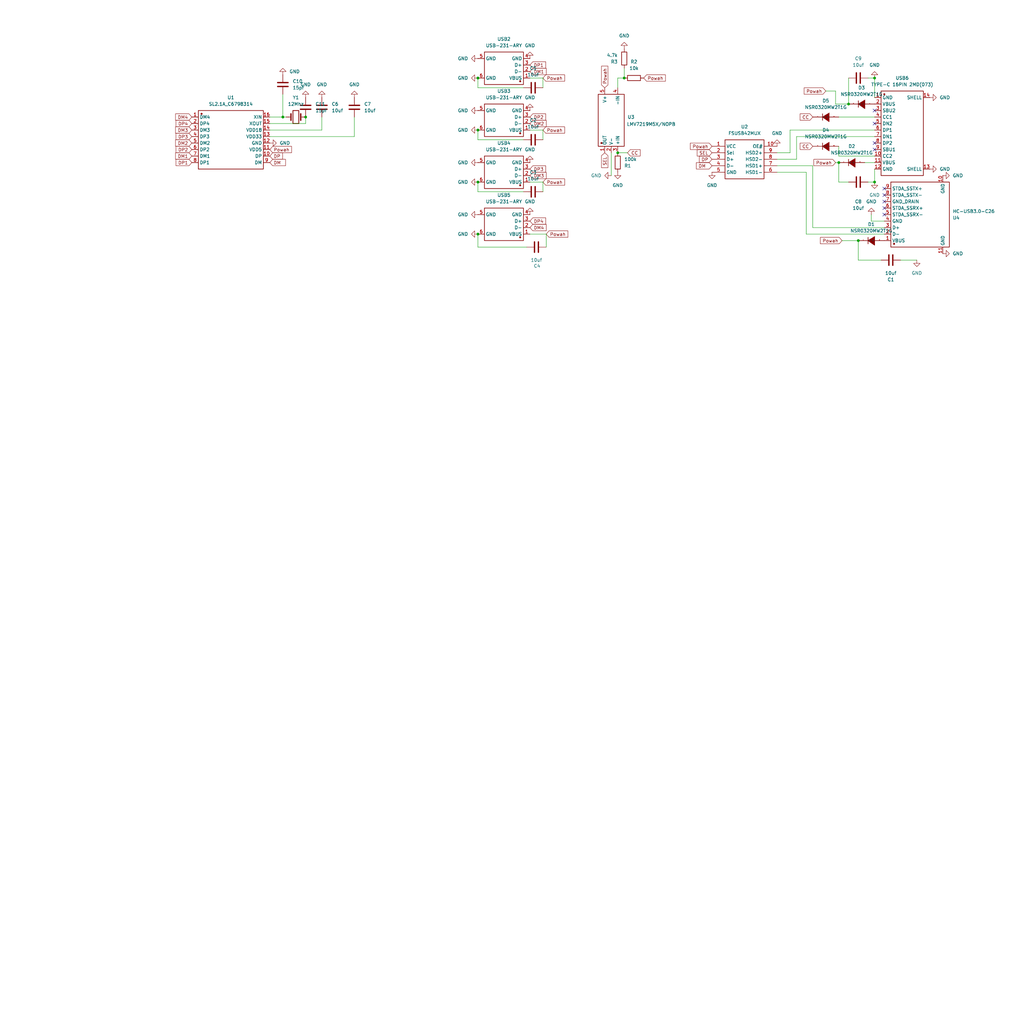
<source format=kicad_sch>
(kicad_sch (version 20250114) (generator "eeschema") (generator_version "9.0")
  (paper "User" 400 400)
  (lib_symbols
    (symbol "Device:C" (pin_numbers (hide yes)) (pin_names (offset 0.254))
      (property "Reference" "C" (at 0.635 2.54 0))
      (property "Value" "C" (at 0.635 -2.54 0))
      (symbol "C_0_1"
        (polyline (pts (xy -2.032 0.762) (xy 2.032 0.762)) (stroke (width 0.508)))
        (polyline (pts (xy -2.032 -0.762) (xy 2.032 -0.762)) (stroke (width 0.508)))
      )
      (symbol "C_1_1"
        (pin passive line (at 0 3.81 270) (length 2.794) (name "~") (number "1"))
        (pin passive line (at 0 -3.81 90) (length 2.794) (name "~") (number "2"))
      )
    )
    (symbol "Device:Crystal" (pin_numbers (hide yes)) (pin_names (offset 1.016) (hide yes))
      (property "Reference" "Y" (at 0 3.81 0))
      (property "Value" "Crystal" (at 0 -3.81 0))
      (symbol "Crystal_0_1"
        (polyline (pts (xy -2.54 0) (xy -1.905 0)))
        (polyline (pts (xy -1.905 -1.27) (xy -1.905 1.27)) (stroke (width 0.508)))
        (rectangle (start -1.143 2.54) (end 1.143 -2.54) (stroke (width 0.3048)))
        (polyline (pts (xy 1.905 -1.27) (xy 1.905 1.27)) (stroke (width 0.508)))
        (polyline (pts (xy 2.54 0) (xy 1.905 0)))
      )
      (symbol "Crystal_1_1"
        (pin passive line (at -3.81 0 0) (length 1.27) (name "1") (number "1"))
        (pin passive line (at 3.81 0 180) (length 1.27) (name "2") (number "2"))
      )
    )
    (symbol "Device:R" (pin_numbers (hide yes)) (pin_names (offset 0))
      (property "Reference" "R" (at 2.032 0 90))
      (property "Value" "R" (at 0 0 90))
      (symbol "R_0_1"
        (rectangle (start -1.016 -2.54) (end 1.016 2.54) (stroke (width 0.254)))
      )
      (symbol "R_1_1"
        (pin passive line (at 0 3.81 270) (length 1.27) (name "~") (number "1"))
        (pin passive line (at 0 -3.81 90) (length 1.27) (name "~") (number "2"))
      )
    )
    (symbol "SCHLIB_FSUSB42MUX_2025-08-14:FSUSB42MUX"
      (property "Reference" "U?" (at 0 0 0))
      (property "Value" "FSUSB42MUX" (at 0 0 0))
      (symbol "FSUSB42MUX_0_0"
        (rectangle (start -7.62 7.62) (end 7.62 -7.62) (stroke (width 0.254)))
        (pin unspecified line (at -12.7 5.08 0) (length 5.08) (name "VCC") (number "1"))
        (pin unspecified line (at -12.7 2.54 0) (length 5.08) (name "Sel") (number "2"))
        (pin unspecified line (at -12.7 0 0) (length 5.08) (name "D+") (number "3"))
        (pin unspecified line (at -12.7 -2.54 0) (length 5.08) (name "D-") (number "4"))
        (pin unspecified line (at -12.7 -5.08 0) (length 5.08) (name "GND") (number "5"))
        (pin unspecified line (at 12.7 5.08 180) (length 5.08) (name "OE#") (number "10"))
        (pin unspecified line (at 12.7 2.54 180) (length 5.08) (name "HSD2+") (number "9"))
        (pin unspecified line (at 12.7 0 180) (length 5.08) (name "HSD2-") (number "8"))
        (pin unspecified line (at 12.7 -2.54 180) (length 5.08) (name "HSD1+") (number "7"))
        (pin unspecified line (at 12.7 -5.08 180) (length 5.08) (name "HSD1-") (number "6"))
      )
    )
    (symbol "SCHLIB_HC-USB3.0-C26_2025-08-14:HC-USB3.0-C26"
      (property "Reference" "U?" (at 0 0 0))
      (property "Value" "HC-USB3.0-C26" (at 0 0 0))
      (symbol "HC-USB3.0-C26_0_0"
        (rectangle (start -10.16 12.7) (end 12.7 -12.7) (stroke (width 0.254)))
        (circle (center -8.89 11.43) (radius 0.254) (stroke (width 0.254)) (fill (type outline)))
        (pin unspecified line (at -12.7 10.16 0) (length 2.54) (name "VBUS") (number "1"))
        (pin unspecified line (at -12.7 7.62 0) (length 2.54) (name "D-") (number "2"))
        (pin unspecified line (at -12.7 5.08 0) (length 2.54) (name "D+") (number "3"))
        (pin unspecified line (at -12.7 2.54 0) (length 2.54) (name "GND") (number "4"))
        (pin unspecified line (at -12.7 0 0) (length 2.54) (name "STDA_SSRX-") (number "5"))
        (pin unspecified line (at -12.7 -2.54 0) (length 2.54) (name "STDA_SSRX+") (number "6"))
        (pin unspecified line (at -12.7 -5.08 0) (length 2.54) (name "GND_DRAIN") (number "7"))
        (pin unspecified line (at -12.7 -7.62 0) (length 2.54) (name "STDA_SSTX-") (number "8"))
        (pin unspecified line (at -12.7 -10.16 0) (length 2.54) (name "STDA_SSTX+") (number "9"))
        (pin unspecified line (at 10.16 15.24 270) (length 2.54) (name "GND") (number "11"))
        (pin unspecified line (at 10.16 -15.24 90) (length 2.54) (name "GND") (number "10"))
      )
    )
    (symbol "SCHLIB_LMV7219M5X-NOPB_2025-08-14:LMV7219M5X/NOPB"
      (property "Reference" "U?" (at 0 0 0))
      (property "Value" "LMV7219M5X/NOPB" (at 0 0 0))
      (symbol "LMV7219M5X/NOPB_0_0"
        (rectangle (start -5.08 10.16) (end 5.08 -10.16) (stroke (width 0.254)))
        (circle (center -3.81 -8.89) (radius 0.254) (stroke (width 0.254)) (fill (type outline)))
        (pin unspecified line (at -2.54 12.7 270) (length 2.54) (name "V+") (number "5"))
        (pin unspecified line (at -2.54 -12.7 90) (length 2.54) (name "OUT") (number "1"))
        (pin unspecified line (at 0 -12.7 90) (length 2.54) (name "V-") (number "2"))
        (pin unspecified line (at 2.54 12.7 270) (length 2.54) (name "-IN") (number "4"))
        (pin unspecified line (at 2.54 -12.7 90) (length 2.54) (name "+IN") (number "3"))
      )
    )
    (symbol "SCHLIB_NSR0320MW2T1G_2025-08-14:NSR0320MW2T1G"
      (property "Reference" "D?" (at 0 0 0))
      (property "Value" "NSR0320MW2T1G" (at 0 0 0))
      (symbol "NSR0320MW2T1G_0_0"
        (polyline (pts (xy -1.27 1.27) (xy -1.27 -1.27)) (stroke (width 0.254)))
        (polyline (pts (xy 1.27 1.524) (xy -1.27 0) (xy 1.27 -1.778) (xy 1.27 1.524)) (stroke (width 0.254)) (fill (type outline)))
        (pin unspecified line (at -5.08 0 0) (length 3.81) (name "C") (number "1"))
        (pin unspecified line (at 5.08 0 180) (length 3.81) (name "A") (number "2"))
      )
    )
    (symbol "SCHLIB_SL2.1A_C6798314_2025-08-14:SL2.1A_C6798314"
      (property "Reference" "U?" (at 0 0 0))
      (property "Value" "SL2.1A_C6798314" (at 0 0 0))
      (symbol "SL2.1A_C6798314_0_0"
        (rectangle (start -12.7 12.7) (end 12.7 -10.16) (stroke (width 0.254)))
        (circle (center -11.43 11.43) (radius 0.254) (stroke (width 0.254)) (fill (type outline)))
        (pin unspecified line (at -15.24 10.16 0) (length 2.54) (name "DM4") (number "1"))
        (pin unspecified line (at -15.24 7.62 0) (length 2.54) (name "DP4") (number "2"))
        (pin unspecified line (at -15.24 5.08 0) (length 2.54) (name "DM3") (number "3"))
        (pin unspecified line (at -15.24 2.54 0) (length 2.54) (name "DP3") (number "4"))
        (pin unspecified line (at -15.24 0 0) (length 2.54) (name "DM2") (number "5"))
        (pin unspecified line (at -15.24 -2.54 0) (length 2.54) (name "DP2") (number "6"))
        (pin unspecified line (at -15.24 -5.08 0) (length 2.54) (name "DM1") (number "7"))
        (pin unspecified line (at -15.24 -7.62 0) (length 2.54) (name "DP1") (number "8"))
        (pin unspecified line (at 15.24 10.16 180) (length 2.54) (name "XIN") (number "16"))
        (pin unspecified line (at 15.24 7.62 180) (length 2.54) (name "XOUT") (number "15"))
        (pin unspecified line (at 15.24 5.08 180) (length 2.54) (name "VDD18") (number "14"))
        (pin unspecified line (at 15.24 2.54 180) (length 2.54) (name "VDD33") (number "13"))
        (pin unspecified line (at 15.24 0 180) (length 2.54) (name "GND") (number "12"))
        (pin unspecified line (at 15.24 -2.54 180) (length 2.54) (name "VDD5") (number "11"))
        (pin unspecified line (at 15.24 -5.08 180) (length 2.54) (name "DP") (number "10"))
        (pin unspecified line (at 15.24 -7.62 180) (length 2.54) (name "DM") (number "9"))
      )
    )
    (symbol "SCHLIB_TYPE-C-16PIN-2MD(073)_2025-08-14 (1):TYPE-C 16PIN 2MD(073)"
      (property "Reference" "USB?" (at 0 0 0))
      (property "Value" "TYPE-C 16PIN 2MD(073)" (at 0 0 0))
      (symbol "TYPE-C 16PIN 2MD(073)_0_0"
        (rectangle (start -8.89 16.51) (end 7.62 -16.51) (stroke (width 0.254)))
        (circle (center -7.62 15.24) (radius 0.254) (stroke (width 0.254)) (fill (type outline)))
        (pin unspecified line (at -11.43 13.97 0) (length 2.54) (name "GND") (number "1"))
        (pin unspecified line (at -11.43 11.43 0) (length 2.54) (name "VBUS") (number "2"))
        (pin unspecified line (at -11.43 8.89 0) (length 2.54) (name "SBU2") (number "3"))
        (pin unspecified line (at -11.43 6.35 0) (length 2.54) (name "CC1") (number "4"))
        (pin unspecified line (at -11.43 3.81 0) (length 2.54) (name "DN2") (number "5"))
        (pin unspecified line (at -11.43 1.27 0) (length 2.54) (name "DP1") (number "6"))
        (pin unspecified line (at -11.43 -1.27 0) (length 2.54) (name "DN1") (number "7"))
        (pin unspecified line (at -11.43 -3.81 0) (length 2.54) (name "DP2") (number "8"))
        (pin unspecified line (at -11.43 -6.35 0) (length 2.54) (name "SBU1") (number "9"))
        (pin unspecified line (at -11.43 -8.89 0) (length 2.54) (name "CC2") (number "10"))
        (pin unspecified line (at -11.43 -11.43 0) (length 2.54) (name "VBUS") (number "11"))
        (pin unspecified line (at -11.43 -13.97 0) (length 2.54) (name "GND") (number "12"))
        (pin unspecified line (at 10.16 13.97 180) (length 2.54) (name "SHELL") (number "14"))
        (pin unspecified line (at 10.16 -13.97 180) (length 2.54) (name "SHELL") (number "13"))
      )
    )
    (symbol "SCHLIB_USB-231-ARY_2025-08-14:USB-231-ARY"
      (property "Reference" "USB?" (at 0 0 0))
      (property "Value" "USB-231-ARY" (at 0 0 0))
      (symbol "USB-231-ARY_0_0"
        (rectangle (start -7.62 7.62) (end 7.62 -5.08) (stroke (width 0.254)))
        (circle (center -6.35 6.35) (radius 0.254) (stroke (width 0.254)) (fill (type outline)))
        (pin unspecified line (at -10.16 5.08 0) (length 2.54) (name "VBUS") (number "1"))
        (pin unspecified line (at -10.16 2.54 0) (length 2.54) (name "D-") (number "2"))
        (pin unspecified line (at -10.16 0 0) (length 2.54) (name "D+") (number "3"))
        (pin unspecified line (at -10.16 -2.54 0) (length 2.54) (name "GND") (number "4"))
        (pin unspecified line (at 10.16 5.08 180) (length 2.54) (name "GND") (number "6"))
        (pin unspecified line (at 10.16 -2.54 180) (length 2.54) (name "GND") (number "5"))
      )
    )
    (symbol "power:GND" (power) (pin_numbers (hide yes)) (pin_names (offset 0) (hide yes))
      (property "Value" "GND" (at 0 -3.81 0))
      (symbol "GND_0_1"
        (polyline (pts (xy 0 0) (xy 0 -1.27) (xy 1.27 -1.27) (xy 0 -2.54) (xy -1.27 -1.27) (xy 0 -1.27)))
      )
      (symbol "GND_1_1"
        (pin power_in line (at 0 0 270) (length 0) (name "~") (number "1"))
      )
    )
  )
  (junction (at 186.69 30.48))
  (junction (at 119.38 45.72))
  (junction (at 110.49 45.72))
  (junction (at 341.63 30.48))
  (junction (at 186.69 91.44))
  (junction (at 243.84 30.48))
  (junction (at 186.69 50.8))
  (junction (at 327.66 63.5))
  (junction (at 186.69 71.12))
  (junction (at 335.28 93.98))
  (junction (at 331.47 40.64))
  (junction (at 241.3 59.69))
  (junction (at 341.63 71.12))
  (no_connect (at 345.44 73.66))
  (no_connect (at 341.63 43.18))
  (no_connect (at 341.63 55.88))
  (no_connect (at 345.44 76.2))
  (no_connect (at 345.44 81.28))
  (no_connect (at 341.63 58.42))
  (no_connect (at 341.63 48.26))
  (no_connect (at 345.44 83.82))
  (no_connect (at 345.44 78.74))
  (wire (pts (xy 186.69 54.61) (xy 186.69 50.8)))
  (wire (pts (xy 205.74 96.52) (xy 186.69 96.52)))
  (wire (pts (xy 317.5 64.77) (xy 303.53 64.77)))
  (wire (pts (xy 326.39 63.5) (xy 327.66 63.5)))
  (wire (pts (xy 243.84 30.48) (xy 241.3 30.48)))
  (wire (pts (xy 207.01 50.8) (xy 212.09 50.8)))
  (wire (pts (xy 186.69 74.93) (xy 186.69 71.12)))
  (wire (pts (xy 337.82 63.5) (xy 341.63 63.5)))
  (wire (pts (xy 241.3 59.69) (xy 245.11 59.69)))
  (wire (pts (xy 213.36 91.44) (xy 213.36 96.52)))
  (wire (pts (xy 238.76 68.58) (xy 238.76 59.69)))
  (wire (pts (xy 204.47 74.93) (xy 186.69 74.93)))
  (wire (pts (xy 212.09 50.8) (xy 212.09 54.61)))
  (wire (pts (xy 314.96 91.44) (xy 314.96 67.31)))
  (wire (pts (xy 186.69 91.44) (xy 186.69 96.52)))
  (wire (pts (xy 326.39 35.56) (xy 326.39 40.64)))
  (wire (pts (xy 186.69 34.29) (xy 186.69 30.48)))
  (wire (pts (xy 204.47 54.61) (xy 186.69 54.61)))
  (wire (pts (xy 212.09 71.12) (xy 212.09 74.93)))
  (wire (pts (xy 327.66 57.15) (xy 327.66 60.96)))
  (wire (pts (xy 138.43 53.34) (xy 138.43 45.72)))
  (wire (pts (xy 345.44 91.44) (xy 314.96 91.44)))
  (wire (pts (xy 110.49 45.72) (xy 111.76 45.72)))
  (wire (pts (xy 341.63 53.34) (xy 311.15 53.34)))
  (wire (pts (xy 339.09 30.48) (xy 341.63 30.48)))
  (wire (pts (xy 308.61 59.69) (xy 303.53 59.69)))
  (wire (pts (xy 345.44 88.9) (xy 317.5 88.9)))
  (wire (pts (xy 340.36 86.36) (xy 340.36 83.82)))
  (wire (pts (xy 119.38 48.26) (xy 119.38 45.72)))
  (wire (pts (xy 105.41 48.26) (xy 119.38 48.26)))
  (wire (pts (xy 351.79 101.6) (xy 358.14 101.6)))
  (wire (pts (xy 345.44 86.36) (xy 340.36 86.36)))
  (wire (pts (xy 204.47 34.29) (xy 186.69 34.29)))
  (wire (pts (xy 311.15 62.23) (xy 303.53 62.23)))
  (wire (pts (xy 326.39 40.64) (xy 331.47 40.64)))
  (wire (pts (xy 339.09 71.12) (xy 341.63 71.12)))
  (wire (pts (xy 341.63 30.48) (xy 341.63 38.1)))
  (wire (pts (xy 212.09 30.48) (xy 212.09 34.29)))
  (wire (pts (xy 311.15 53.34) (xy 311.15 62.23)))
  (wire (pts (xy 125.73 50.8) (xy 125.73 45.72)))
  (wire (pts (xy 207.01 91.44) (xy 213.36 91.44)))
  (wire (pts (xy 327.66 45.72) (xy 341.63 45.72)))
  (wire (pts (xy 341.63 66.04) (xy 341.63 71.12)))
  (wire (pts (xy 335.28 101.6) (xy 344.17 101.6)))
  (wire (pts (xy 327.66 63.5) (xy 327.66 71.12)))
  (wire (pts (xy 322.58 35.56) (xy 326.39 35.56)))
  (wire (pts (xy 331.47 30.48) (xy 331.47 40.64)))
  (wire (pts (xy 105.41 53.34) (xy 138.43 53.34)))
  (wire (pts (xy 207.01 71.12) (xy 212.09 71.12)))
  (wire (pts (xy 110.49 45.72) (xy 110.49 36.83)))
  (wire (pts (xy 207.01 30.48) (xy 212.09 30.48)))
  (wire (pts (xy 105.41 45.72) (xy 110.49 45.72)))
  (wire (pts (xy 317.5 88.9) (xy 317.5 64.77)))
  (wire (pts (xy 327.66 71.12) (xy 331.47 71.12)))
  (wire (pts (xy 328.93 93.98) (xy 335.28 93.98)))
  (wire (pts (xy 341.63 50.8) (xy 308.61 50.8)))
  (wire (pts (xy 105.41 50.8) (xy 125.73 50.8)))
  (wire (pts (xy 327.66 60.96) (xy 341.63 60.96)))
  (wire (pts (xy 308.61 50.8) (xy 308.61 59.69)))
  (wire (pts (xy 243.84 26.67) (xy 243.84 30.48)))
  (wire (pts (xy 241.3 30.48) (xy 241.3 34.29)))
  (wire (pts (xy 335.28 93.98) (xy 335.28 101.6)))
  (wire (pts (xy 314.96 67.31) (xy 303.53 67.31)))
  (global_label "SEL" (shape input) (at 236.22 59.69 270) (property "Intersheetrefs" "${INTERSHEET_REFS}" (effects (hide yes))))
  (global_label "DM3" (shape input) (at 207.01 68.58 0) (property "Intersheetrefs" "${INTERSHEET_REFS}" (effects (hide yes))))
  (global_label "DP3" (shape input) (at 74.93 53.34 180) (property "Intersheetrefs" "${INTERSHEET_REFS}" (effects (hide yes))))
  (global_label "DP1" (shape input) (at 74.93 63.5 180) (property "Intersheetrefs" "${INTERSHEET_REFS}" (effects (hide yes))))
  (global_label "Powah" (shape input) (at 212.09 71.12 0) (property "Intersheetrefs" "${INTERSHEET_REFS}" (effects (hide yes))))
  (global_label "DP2" (shape input) (at 207.01 45.72 0) (property "Intersheetrefs" "${INTERSHEET_REFS}" (effects (hide yes))))
  (global_label "DP4" (shape input) (at 74.93 48.26 180) (property "Intersheetrefs" "${INTERSHEET_REFS}" (effects (hide yes))))
  (global_label "Powah" (shape input) (at 212.09 50.8 0) (property "Intersheetrefs" "${INTERSHEET_REFS}" (effects (hide yes))))
  (global_label "DM3" (shape input) (at 74.93 50.8 180) (property "Intersheetrefs" "${INTERSHEET_REFS}" (effects (hide yes))))
  (global_label "DP1" (shape input) (at 207.01 25.4 0) (property "Intersheetrefs" "${INTERSHEET_REFS}" (effects (hide yes))))
  (global_label "Powah" (shape input) (at 213.36 91.44 0) (property "Intersheetrefs" "${INTERSHEET_REFS}" (effects (hide yes))))
  (global_label "CC" (shape input) (at 317.5 57.15 180) (property "Intersheetrefs" "${INTERSHEET_REFS}" (effects (hide yes))))
  (global_label "CC" (shape input) (at 245.11 59.69 0) (property "Intersheetrefs" "${INTERSHEET_REFS}" (effects (hide yes))))
  (global_label "SEL" (shape input) (at 278.13 59.69 180) (property "Intersheetrefs" "${INTERSHEET_REFS}" (effects (hide yes))))
  (global_label "DP" (shape input) (at 278.13 62.23 180) (property "Intersheetrefs" "${INTERSHEET_REFS}" (effects (hide yes))))
  (global_label "DP3" (shape input) (at 207.01 66.04 0) (property "Intersheetrefs" "${INTERSHEET_REFS}" (effects (hide yes))))
  (global_label "Powah" (shape input) (at 278.13 57.15 180) (property "Intersheetrefs" "${INTERSHEET_REFS}" (effects (hide yes))))
  (global_label "Powah" (shape input) (at 212.09 30.48 0) (property "Intersheetrefs" "${INTERSHEET_REFS}" (effects (hide yes))))
  (global_label "DP" (shape input) (at 105.41 60.96 0) (property "Intersheetrefs" "${INTERSHEET_REFS}" (effects (hide yes))))
  (global_label "DM1" (shape input) (at 207.01 27.94 0) (property "Intersheetrefs" "${INTERSHEET_REFS}" (effects (hide yes))))
  (global_label "DM2" (shape input) (at 207.01 48.26 0) (property "Intersheetrefs" "${INTERSHEET_REFS}" (effects (hide yes))))
  (global_label "CC" (shape input) (at 317.5 45.72 180) (property "Intersheetrefs" "${INTERSHEET_REFS}" (effects (hide yes))))
  (global_label "Powah" (shape input) (at 251.46 30.48 0) (property "Intersheetrefs" "${INTERSHEET_REFS}" (effects (hide yes))))
  (global_label "DP4" (shape input) (at 207.01 86.36 0) (property "Intersheetrefs" "${INTERSHEET_REFS}" (effects (hide yes))))
  (global_label "Powah" (shape input) (at 326.39 63.5 180) (property "Intersheetrefs" "${INTERSHEET_REFS}" (effects (hide yes))))
  (global_label "Powah" (shape input) (at 236.22 34.29 90) (property "Intersheetrefs" "${INTERSHEET_REFS}" (effects (hide yes))))
  (global_label "Powah" (shape input) (at 322.58 35.56 180) (property "Intersheetrefs" "${INTERSHEET_REFS}" (effects (hide yes))))
  (global_label "DM " (shape input) (at 105.41 63.5 0) (property "Intersheetrefs" "${INTERSHEET_REFS}" (effects (hide yes))))
  (global_label "DP2" (shape input) (at 74.93 58.42 180) (property "Intersheetrefs" "${INTERSHEET_REFS}" (effects (hide yes))))
  (global_label "DM1" (shape input) (at 74.93 60.96 180) (property "Intersheetrefs" "${INTERSHEET_REFS}" (effects (hide yes))))
  (global_label "DM4" (shape input) (at 207.01 88.9 0) (property "Intersheetrefs" "${INTERSHEET_REFS}" (effects (hide yes))))
  (global_label "DM " (shape input) (at 278.13 64.77 180) (property "Intersheetrefs" "${INTERSHEET_REFS}" (effects (hide yes))))
  (global_label "DM2" (shape input) (at 74.93 55.88 180) (property "Intersheetrefs" "${INTERSHEET_REFS}" (effects (hide yes))))
  (global_label "Powah" (shape input) (at 328.93 93.98 180) (property "Intersheetrefs" "${INTERSHEET_REFS}" (effects (hide yes))))
  (global_label "Powah" (shape input) (at 105.41 58.42 0) (property "Intersheetrefs" "${INTERSHEET_REFS}" (effects (hide yes))))
  (global_label "DM4" (shape input) (at 74.93 45.72 180) (property "Intersheetrefs" "${INTERSHEET_REFS}" (effects (hide yes))))
  (symbol (lib_id "SCHLIB_NSR0320MW2T1G_2025-08-14:NSR0320MW2T1G") (at 322.58 57.15 0) (unit 1)
    (property "Reference" "D4" (at 322.58 50.8 0))
    (property "Value" "NSR0320MW2T1G" (at 322.58 53.34 0))
    (property "Footprint" "Footprints:SOD-323_L1.8-W1.3-LS2.5-RD" (effects (hide yes)))
    (property "Manufacturer Part" "NSR0320MW2T1G" (effects (hide yes)))
    (property "Manufacturer" "onsemi(安森美)" (effects (hide yes)))
    (property "Supplier Part" "C48192" (effects (hide yes)))
    (property "Supplier" "LCSC" (effects (hide yes)))
  )
  (symbol (lib_id "SCHLIB_USB-231-ARY_2025-08-14:USB-231-ARY") (at 196.85 66.04 180) (unit 1)
    (property "Reference" "USB4" (at 196.85 55.88 0))
    (property "Value" "USB-231-ARY" (at 196.85 58.42 0))
    (property "Footprint" "Footprints:USB-A-TH_USB-231-ARY" (effects (hide yes)))
    (property "Manufacturer Part" "USB-231-ARY" (effects (hide yes)))
    (property "Manufacturer" "XUNPU(讯普)" (effects (hide yes)))
    (property "Supplier Part" "C720525" (effects (hide yes)))
    (property "Supplier" "LCSC" (effects (hide yes)))
  )
  (symbol (lib_id "Device:Crystal") (at 115.57 45.72 0) (unit 1)
    (property "Reference" "Y1" (at 115.57 38.1 0))
    (property "Value" "12Mhz" (at 115.57 40.64 0))
    (property "Footprint" "easyeda2kicad:CRYSTAL-SMD_4P-L3.2-W2.5-BL" (effects (hide yes)))
    (property "Description" "Two pin crystal" (effects (hide yes)))
  )
  (symbol (lib_id "SCHLIB_HC-USB3.0-C26_2025-08-14:HC-USB3.0-C26") (at 358.14 83.82 0) (mirror x) (unit 1)
    (property "Reference" "U4" (at 372.11 85.0901 0) (effects (justify left)))
    (property "Value" "HC-USB3.0-C26" (at 372.11 82.5501 0) (effects (justify left)))
    (property "Footprint" "Footprints:USB-3.0-A-SMD_HC-USB3.0-C26" (effects (hide yes)))
    (property "Manufacturer Part" "HC-USB3.0-C26" (effects (hide yes)))
    (property "Manufacturer" "HC(虹成电子)" (effects (hide yes)))
    (property "Supplier Part" "C7501854" (effects (hide yes)))
    (property "Supplier" "LCSC" (effects (hide yes)))
  )
  (symbol (lib_id "SCHLIB_SL2.1A_C6798314_2025-08-14:SL2.1A_C6798314") (at 90.17 55.88 0) (unit 1)
    (property "Reference" "U1" (at 90.17 38.1 0))
    (property "Value" "SL2.1A_C6798314" (at 90.17 40.64 0))
    (property "Footprint" "Footprints:SOP-16_L10.0-W3.9-P1.27-LS6.0-BL" (effects (hide yes)))
    (property "Manufacturer Part" "SL2.1A" (effects (hide yes)))
    (property "Manufacturer" "CoreChips(和芯润德)" (effects (hide yes)))
    (property "Supplier Part" "C6798314" (effects (hide yes)))
    (property "Supplier" "LCSC" (effects (hide yes)))
  )
  (symbol (lib_id "Device:C") (at 335.28 30.48 270) (unit 1)
    (property "Reference" "C9" (at 335.28 22.86 90))
    (property "Value" "10uf" (at 335.28 25.4 90))
    (property "Footprint" "easyeda2kicad:C0805" (effects (hide yes)))
    (property "Description" "Unpolarized capacitor" (effects (hide yes)))
  )
  (symbol (lib_id "SCHLIB_USB-231-ARY_2025-08-14:USB-231-ARY") (at 196.85 25.4 180) (unit 1)
    (property "Reference" "USB2" (at 196.85 15.24 0))
    (property "Value" "USB-231-ARY" (at 196.85 17.78 0))
    (property "Footprint" "Footprints:USB-A-TH_USB-231-ARY" (effects (hide yes)))
    (property "Manufacturer Part" "USB-231-ARY" (effects (hide yes)))
    (property "Manufacturer" "XUNPU(讯普)" (effects (hide yes)))
    (property "Supplier Part" "C720525" (effects (hide yes)))
    (property "Supplier" "LCSC" (effects (hide yes)))
  )
  (symbol (lib_id "power:GND") (at 238.76 68.58 270) (mirror x) (unit 1)
    (property "Reference" "#PWR026" (effects (hide yes)))
    (property "Value" "GND" (at 234.95 68.5801 90) (effects (justify right)))
    (property "Description" "Power symbol creates a global label with name \"GND\" , ground" (effects (hide yes)))
  )
  (symbol (lib_id "power:GND") (at 110.49 29.21 180) (unit 1)
    (property "Reference" "#PWR019" (effects (hide yes)))
    (property "Value" "GND" (at 113.03 27.9399 0) (effects (justify right)))
    (property "Description" "Power symbol creates a global label with name \"GND\" , ground" (effects (hide yes)))
  )
  (symbol (lib_id "power:GND") (at 341.63 30.48 0) (mirror x) (unit 1)
    (property "Reference" "#PWR021" (effects (hide yes)))
    (property "Value" "GND" (at 341.63 25.4 0))
    (property "Description" "Power symbol creates a global label with name \"GND\" , ground" (effects (hide yes)))
  )
  (symbol (lib_id "power:GND") (at 368.3 99.06 90) (unit 1)
    (property "Reference" "#PWR029" (effects (hide yes)))
    (property "Value" "GND" (at 372.11 99.0599 90) (effects (justify right)))
    (property "Description" "Power symbol creates a global label with name \"GND\" , ground" (effects (hide yes)))
  )
  (symbol (lib_id "power:GND") (at 358.14 101.6 0) (unit 1)
    (property "Reference" "#PWR03" (effects (hide yes)))
    (property "Value" "GND" (at 358.14 106.68 0))
    (property "Description" "Power symbol creates a global label with name \"GND\" , ground" (effects (hide yes)))
  )
  (symbol (lib_id "Device:C") (at 208.28 54.61 90) (unit 1)
    (property "Reference" "C2" (at 208.28 46.99 90))
    (property "Value" "10uf" (at 208.28 49.53 90))
    (property "Footprint" "easyeda2kicad:C0805" (effects (hide yes)))
    (property "Description" "Unpolarized capacitor" (effects (hide yes)))
  )
  (symbol (lib_id "power:GND") (at 186.69 91.44 270) (unit 1)
    (property "Reference" "#PWR014" (effects (hide yes)))
    (property "Value" "GND" (at 182.88 91.4399 90) (effects (justify right)))
    (property "Description" "Power symbol creates a global label with name \"GND\" , ground" (effects (hide yes)))
  )
  (symbol (lib_id "Device:R") (at 241.3 63.5 0) (mirror x) (unit 1)
    (property "Reference" "R1" (at 243.84 64.7701 0) (effects (justify left)))
    (property "Value" "100k" (at 243.84 62.2301 0) (effects (justify left)))
    (property "Footprint" "Footprints:RES-TH_BD2.4-L6.3-P10.30-D0.6" (effects (hide yes)))
    (property "Description" "Resistor" (effects (hide yes)))
  )
  (symbol (lib_id "power:GND") (at 278.13 67.31 0) (unit 1)
    (property "Reference" "#PWR025" (effects (hide yes)))
    (property "Value" "GND" (at 278.13 72.39 0))
    (property "Description" "Power symbol creates a global label with name \"GND\" , ground" (effects (hide yes)))
  )
  (symbol (lib_id "Device:C") (at 119.38 41.91 0) (unit 1)
    (property "Reference" "C11" (at 123.19 40.6399 0) (effects (justify left)))
    (property "Value" "15pf" (at 123.19 43.1799 0) (effects (justify left)))
    (property "Footprint" "Footprints:CAP-TH_BD5.0-P2.00-D0.8-FD" (effects (hide yes)))
    (property "Description" "Unpolarized capacitor" (effects (hide yes)))
  )
  (symbol (lib_id "Device:C") (at 335.28 71.12 270) (mirror x) (unit 1)
    (property "Reference" "C8" (at 335.28 78.74 90))
    (property "Value" "10uf" (at 335.28 81.28 90))
    (property "Footprint" "easyeda2kicad:C0805" (effects (hide yes)))
    (property "Description" "Unpolarized capacitor" (effects (hide yes)))
  )
  (symbol (lib_id "SCHLIB_NSR0320MW2T1G_2025-08-14:NSR0320MW2T1G") (at 322.58 45.72 0) (unit 1)
    (property "Reference" "D5" (at 322.58 39.37 0))
    (property "Value" "NSR0320MW2T1G" (at 322.58 41.91 0))
    (property "Footprint" "Footprints:SOD-323_L1.8-W1.3-LS2.5-RD" (effects (hide yes)))
    (property "Manufacturer Part" "NSR0320MW2T1G" (effects (hide yes)))
    (property "Manufacturer" "onsemi(安森美)" (effects (hide yes)))
    (property "Supplier Part" "C48192" (effects (hide yes)))
    (property "Supplier" "LCSC" (effects (hide yes)))
  )
  (symbol (lib_id "SCHLIB_LMV7219M5X-NOPB_2025-08-14:LMV7219M5X/NOPB") (at 238.76 46.99 0) (unit 1)
    (property "Reference" "U3" (at 245.11 45.7199 0) (effects (justify left)))
    (property "Value" "LMV7219M5X/NOPB" (at 244.856 48.514 0) (effects (justify left)))
    (property "Footprint" "Footprints:SOT-23-5_L3.0-W1.7-P0.95-LS2.8-BR" (effects (hide yes)))
    (property "Manufacturer Part" "LMV7219M5X/NOPB" (effects (hide yes)))
    (property "Manufacturer" "TI(德州仪器)" (effects (hide yes)))
    (property "Supplier Part" "C283912" (effects (hide yes)))
    (property "Supplier" "LCSC" (effects (hide yes)))
  )
  (symbol (lib_id "power:GND") (at 363.22 38.1 90) (unit 1)
    (property "Reference" "#PWR022" (effects (hide yes)))
    (property "Value" "GND" (at 367.03 38.0999 90) (effects (justify right)))
    (property "Description" "Power symbol creates a global label with name \"GND\" , ground" (effects (hide yes)))
  )
  (symbol (lib_id "Device:C") (at 110.49 33.02 0) (unit 1)
    (property "Reference" "C10" (at 114.3 31.7499 0) (effects (justify left)))
    (property "Value" "15pf" (at 114.3 34.2899 0) (effects (justify left)))
    (property "Footprint" "Footprints:CAP-TH_BD5.0-P2.00-D0.8-FD" (effects (hide yes)))
    (property "Description" "Unpolarized capacitor" (effects (hide yes)))
  )
  (symbol (lib_id "SCHLIB_TYPE-C-16PIN-2MD(073)_2025-08-14 (1):TYPE-C 16PIN 2MD(073)") (at 353.06 52.07 0) (unit 1)
    (property "Reference" "USB6" (at 352.425 30.48 0))
    (property "Value" "TYPE-C 16PIN 2MD(073)" (at 352.425 33.02 0))
    (property "Footprint" "Footprints:USB-C-SMD_TYPE-C-6PIN-2MD-073" (effects (hide yes)))
    (property "Manufacturer Part" "TYPE-C 16PIN 2MD(073)" (effects (hide yes)))
    (property "Manufacturer" "SHOU HAN(首韩)" (effects (hide yes)))
    (property "Supplier Part" "C2765186" (effects (hide yes)))
    (property "Supplier" "LCSC" (effects (hide yes)))
  )
  (symbol (lib_id "SCHLIB_NSR0320MW2T1G_2025-08-14:NSR0320MW2T1G") (at 340.36 93.98 0) (unit 1)
    (property "Reference" "D1" (at 340.36 87.63 0))
    (property "Value" "NSR0320MW2T1G" (at 340.36 90.17 0))
    (property "Footprint" "Footprints:SOD-323_L1.8-W1.3-LS2.5-RD" (effects (hide yes)))
    (property "Manufacturer Part" "NSR0320MW2T1G" (effects (hide yes)))
    (property "Manufacturer" "onsemi(安森美)" (effects (hide yes)))
    (property "Supplier Part" "C48192" (effects (hide yes)))
    (property "Supplier" "LCSC" (effects (hide yes)))
  )
  (symbol (lib_id "Device:C") (at 209.55 96.52 90) (mirror x) (unit 1)
    (property "Reference" "C4" (at 209.804 103.886 90))
    (property "Value" "10uf" (at 209.55 101.6 90))
    (property "Footprint" "easyeda2kicad:C0805" (effects (hide yes)))
    (property "Description" "Unpolarized capacitor" (effects (hide yes)))
  )
  (symbol (lib_id "power:GND") (at 207.01 83.82 180) (unit 1)
    (property "Reference" "#PWR015" (effects (hide yes)))
    (property "Value" "GND" (at 207.01 78.74 0))
    (property "Description" "Power symbol creates a global label with name \"GND\" , ground" (effects (hide yes)))
  )
  (symbol (lib_id "Device:C") (at 347.98 101.6 270) (mirror x) (unit 1)
    (property "Reference" "C1" (at 347.98 109.22 90))
    (property "Value" "10uf" (at 347.98 106.68 90))
    (property "Footprint" "easyeda2kicad:C0805" (effects (hide yes)))
    (property "Description" "Unpolarized capacitor" (effects (hide yes)))
  )
  (symbol (lib_id "power:GND") (at 186.69 63.5 270) (unit 1)
    (property "Reference" "#PWR010" (effects (hide yes)))
    (property "Value" "GND" (at 182.88 63.4999 90) (effects (justify right)))
    (property "Description" "Power symbol creates a global label with name \"GND\" , ground" (effects (hide yes)))
  )
  (symbol (lib_id "power:GND") (at 340.36 83.82 180) (unit 1)
    (property "Reference" "#PWR01" (effects (hide yes)))
    (property "Value" "GND" (at 340.36 78.74 0))
    (property "Description" "Power symbol creates a global label with name \"GND\" , ground" (effects (hide yes)))
  )
  (symbol (lib_id "power:GND") (at 207.01 22.86 180) (unit 1)
    (property "Reference" "#PWR06" (effects (hide yes)))
    (property "Value" "GND" (at 207.01 17.78 0))
    (property "Description" "Power symbol creates a global label with name \"GND\" , ground" (effects (hide yes)))
  )
  (symbol (lib_id "power:GND") (at 368.3 68.58 90) (unit 1)
    (property "Reference" "#PWR02" (effects (hide yes)))
    (property "Value" "GND" (at 372.11 68.5799 90) (effects (justify right)))
    (property "Description" "Power symbol creates a global label with name \"GND\" , ground" (effects (hide yes)))
  )
  (symbol (lib_id "Device:C") (at 125.73 41.91 0) (unit 1)
    (property "Reference" "C6" (at 129.54 40.6399 0) (effects (justify left)))
    (property "Value" "10uf" (at 129.54 43.1799 0) (effects (justify left)))
    (property "Footprint" "easyeda2kicad:C0805" (effects (hide yes)))
    (property "Description" "Unpolarized capacitor" (effects (hide yes)))
  )
  (symbol (lib_id "power:GND") (at 119.38 38.1 180) (unit 1)
    (property "Reference" "#PWR030" (effects (hide yes)))
    (property "Value" "GND" (at 119.38 33.02 0))
    (property "Description" "Power symbol creates a global label with name \"GND\" , ground" (effects (hide yes)))
  )
  (symbol (lib_id "Device:C") (at 138.43 41.91 0) (unit 1)
    (property "Reference" "C7" (at 142.24 40.6399 0) (effects (justify left)))
    (property "Value" "10uf" (at 142.24 43.1799 0) (effects (justify left)))
    (property "Footprint" "easyeda2kicad:C0805" (effects (hide yes)))
    (property "Description" "Unpolarized capacitor" (effects (hide yes)))
  )
  (symbol (lib_id "power:GND") (at 186.69 50.8 270) (unit 1)
    (property "Reference" "#PWR08" (effects (hide yes)))
    (property "Value" "GND" (at 182.88 50.7999 90) (effects (justify right)))
    (property "Description" "Power symbol creates a global label with name \"GND\" , ground" (effects (hide yes)))
  )
  (symbol (lib_id "SCHLIB_NSR0320MW2T1G_2025-08-14:NSR0320MW2T1G") (at 336.55 40.64 0) (unit 1)
    (property "Reference" "D3" (at 336.55 34.29 0))
    (property "Value" "NSR0320MW2T1G" (at 336.55 36.83 0))
    (property "Footprint" "Footprints:SOD-323_L1.8-W1.3-LS2.5-RD" (effects (hide yes)))
    (property "Manufacturer Part" "NSR0320MW2T1G" (effects (hide yes)))
    (property "Manufacturer" "onsemi(安森美)" (effects (hide yes)))
    (property "Supplier Part" "C48192" (effects (hide yes)))
    (property "Supplier" "LCSC" (effects (hide yes)))
  )
  (symbol (lib_id "SCHLIB_USB-231-ARY_2025-08-14:USB-231-ARY") (at 196.85 86.36 180) (unit 1)
    (property "Reference" "USB5" (at 196.85 76.2 0))
    (property "Value" "USB-231-ARY" (at 196.85 78.74 0))
    (property "Footprint" "Footprints:USB-A-TH_USB-231-ARY" (effects (hide yes)))
    (property "Manufacturer Part" "USB-231-ARY" (effects (hide yes)))
    (property "Manufacturer" "XUNPU(讯普)" (effects (hide yes)))
    (property "Supplier Part" "C720525" (effects (hide yes)))
    (property "Supplier" "LCSC" (effects (hide yes)))
  )
  (symbol (lib_id "power:GND") (at 186.69 43.18 270) (unit 1)
    (property "Reference" "#PWR07" (effects (hide yes)))
    (property "Value" "GND" (at 182.88 43.1799 90) (effects (justify right)))
    (property "Description" "Power symbol creates a global label with name \"GND\" , ground" (effects (hide yes)))
  )
  (symbol (lib_id "SCHLIB_NSR0320MW2T1G_2025-08-14:NSR0320MW2T1G") (at 332.74 63.5 0) (unit 1)
    (property "Reference" "D2" (at 332.74 57.15 0))
    (property "Value" "NSR0320MW2T1G" (at 332.74 59.69 0))
    (property "Footprint" "Footprints:SOD-323_L1.8-W1.3-LS2.5-RD" (effects (hide yes)))
    (property "Manufacturer Part" "NSR0320MW2T1G" (effects (hide yes)))
    (property "Manufacturer" "onsemi(安森美)" (effects (hide yes)))
    (property "Supplier Part" "C48192" (effects (hide yes)))
    (property "Supplier" "LCSC" (effects (hide yes)))
  )
  (symbol (lib_id "power:GND") (at 243.84 19.05 180) (unit 1)
    (property "Reference" "#PWR028" (effects (hide yes)))
    (property "Value" "GND" (at 243.84 13.97 0))
    (property "Description" "Power symbol creates a global label with name \"GND\" , ground" (effects (hide yes)))
  )
  (symbol (lib_id "power:GND") (at 341.63 71.12 0) (unit 1)
    (property "Reference" "#PWR020" (effects (hide yes)))
    (property "Value" "GND" (at 341.63 76.2 0))
    (property "Description" "Power symbol creates a global label with name \"GND\" , ground" (effects (hide yes)))
  )
  (symbol (lib_id "Device:R") (at 247.65 30.48 270) (mirror x) (unit 1)
    (property "Reference" "R2" (at 247.65 24.13 90))
    (property "Value" "10k" (at 247.65 26.67 90))
    (property "Footprint" "Footprints:RES-TH_BD2.4-L6.3-P10.30-D0.6" (effects (hide yes)))
    (property "Description" "Resistor" (effects (hide yes)))
  )
  (symbol (lib_id "power:GND") (at 125.73 38.1 180) (unit 1)
    (property "Reference" "#PWR017" (effects (hide yes)))
    (property "Value" "GND" (at 125.73 33.02 0))
    (property "Description" "Power symbol creates a global label with name \"GND\" , ground" (effects (hide yes)))
  )
  (symbol (lib_id "power:GND") (at 186.69 71.12 270) (unit 1)
    (property "Reference" "#PWR011" (effects (hide yes)))
    (property "Value" "GND" (at 182.88 71.1199 90) (effects (justify right)))
    (property "Description" "Power symbol creates a global label with name \"GND\" , ground" (effects (hide yes)))
  )
  (symbol (lib_id "power:GND") (at 105.41 55.88 90) (unit 1)
    (property "Reference" "#PWR016" (effects (hide yes)))
    (property "Value" "GND" (at 109.22 55.8799 90) (effects (justify right)))
    (property "Description" "Power symbol creates a global label with name \"GND\" , ground" (effects (hide yes)))
  )
  (symbol (lib_id "power:GND") (at 207.01 43.18 180) (unit 1)
    (property "Reference" "#PWR09" (effects (hide yes)))
    (property "Value" "GND" (at 207.01 38.1 0))
    (property "Description" "Power symbol creates a global label with name \"GND\" , ground" (effects (hide yes)))
  )
  (symbol (lib_id "power:GND") (at 186.69 30.48 270) (unit 1)
    (property "Reference" "#PWR04" (effects (hide yes)))
    (property "Value" "GND" (at 182.88 30.4799 90) (effects (justify right)))
    (property "Description" "Power symbol creates a global label with name \"GND\" , ground" (effects (hide yes)))
  )
  (symbol (lib_id "Device:C") (at 208.28 34.29 90) (unit 1)
    (property "Reference" "C5" (at 208.28 26.67 90))
    (property "Value" "10uf" (at 208.28 29.21 90))
    (property "Footprint" "easyeda2kicad:C0805" (effects (hide yes)))
    (property "Description" "Unpolarized capacitor" (effects (hide yes)))
  )
  (symbol (lib_id "Device:C") (at 208.28 74.93 90) (unit 1)
    (property "Reference" "C3" (at 208.28 67.31 90))
    (property "Value" "10uf" (at 208.28 69.85 90))
    (property "Footprint" "easyeda2kicad:C0805" (effects (hide yes)))
    (property "Description" "Unpolarized capacitor" (effects (hide yes)))
  )
  (symbol (lib_id "Device:R") (at 243.84 22.86 180) (unit 1)
    (property "Reference" "R3" (at 241.3 24.1301 0) (effects (justify left)))
    (property "Value" "4.7k" (at 241.3 21.5901 0) (effects (justify left)))
    (property "Footprint" "Footprints:RES-TH_BD2.4-L6.3-P10.30-D0.6" (effects (hide yes)))
    (property "Description" "Resistor" (effects (hide yes)))
  )
  (symbol (lib_id "power:GND") (at 363.22 66.04 90) (unit 1)
    (property "Reference" "#PWR023" (effects (hide yes)))
    (property "Value" "GND" (at 367.03 66.0399 90) (effects (justify right)))
    (property "Description" "Power symbol creates a global label with name \"GND\" , ground" (effects (hide yes)))
  )
  (symbol (lib_id "power:GND") (at 186.69 22.86 270) (unit 1)
    (property "Reference" "#PWR05" (effects (hide yes)))
    (property "Value" "GND" (at 182.88 22.8599 90) (effects (justify right)))
    (property "Description" "Power symbol creates a global label with name \"GND\" , ground" (effects (hide yes)))
  )
  (symbol (lib_id "SCHLIB_FSUSB42MUX_2025-08-14:FSUSB42MUX") (at 290.83 62.23 0) (unit 1)
    (property "Reference" "U2" (at 290.83 49.53 0))
    (property "Value" "FSUSB42MUX" (at 290.83 52.07 0))
    (property "Footprint" "Footprints:MSOP-10_L3.0-W3.0-P0.50-LS5.0-BL" (effects (hide yes)))
    (property "Manufacturer Part" "FSUSB42MUX" (effects (hide yes)))
    (property "Manufacturer" "onsemi(安森美)" (effects (hide yes)))
    (property "Supplier Part" "C11355" (effects (hide yes)))
    (property "Supplier" "LCSC" (effects (hide yes)))
  )
  (symbol (lib_id "power:GND") (at 207.01 63.5 180) (unit 1)
    (property "Reference" "#PWR012" (effects (hide yes)))
    (property "Value" "GND" (at 207.01 58.42 0))
    (property "Description" "Power symbol creates a global label with name \"GND\" , ground" (effects (hide yes)))
  )
  (symbol (lib_id "power:GND") (at 138.43 38.1 180) (unit 1)
    (property "Reference" "#PWR018" (effects (hide yes)))
    (property "Value" "GND" (at 138.43 33.02 0))
    (property "Description" "Power symbol creates a global label with name \"GND\" , ground" (effects (hide yes)))
  )
  (symbol (lib_id "power:GND") (at 303.53 57.15 180) (unit 1)
    (property "Reference" "#PWR024" (effects (hide yes)))
    (property "Value" "GND" (at 303.53 52.07 0))
    (property "Description" "Power symbol creates a global label with name \"GND\" , ground" (effects (hide yes)))
  )
  (symbol (lib_id "SCHLIB_USB-231-ARY_2025-08-14:USB-231-ARY") (at 196.85 45.72 180) (unit 1)
    (property "Reference" "USB3" (at 196.85 35.56 0))
    (property "Value" "USB-231-ARY" (at 196.85 38.1 0))
    (property "Footprint" "Footprints:USB-A-TH_USB-231-ARY" (effects (hide yes)))
    (property "Manufacturer Part" "USB-231-ARY" (effects (hide yes)))
    (property "Manufacturer" "XUNPU(讯普)" (effects (hide yes)))
    (property "Supplier Part" "C720525" (effects (hide yes)))
    (property "Supplier" "LCSC" (effects (hide yes)))
  )
  (symbol (lib_id "power:GND") (at 186.69 83.82 270) (unit 1)
    (property "Reference" "#PWR013" (effects (hide yes)))
    (property "Value" "GND" (at 182.88 83.8199 90) (effects (justify right)))
    (property "Description" "Power symbol creates a global label with name \"GND\" , ground" (effects (hide yes)))
  )
  (symbol (lib_id "power:GND") (at 241.3 67.31 0) (unit 1)
    (property "Reference" "#PWR027" (effects (hide yes)))
    (property "Value" "GND" (at 241.3 72.39 0))
    (property "Description" "Power symbol creates a global label with name \"GND\" , ground" (effects (hide yes)))
  )
)
</source>
